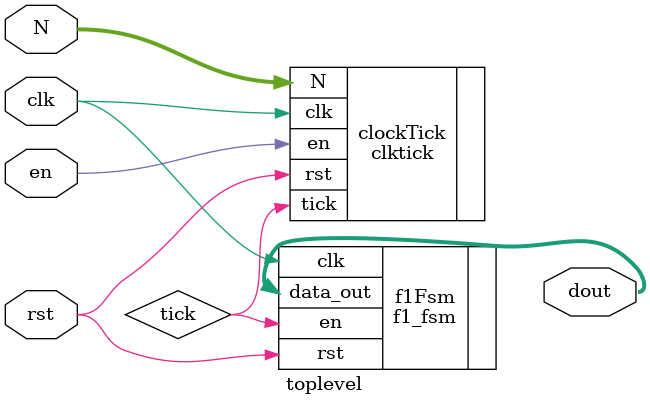
<source format=sv>
module toplevel #(
    parameter   D_WIDTH = 8
)(
    //interface signals
    input   logic               clk,    //clock
    input   logic               rst,    //reset
    input   logic               en,     //enable
    input   logic [15:0]        N,   //increment for addr counter
    output  logic [D_WIDTH-1:0] dout    //output data
);

    logic   tick;   //interconnect wire

clktick clockTick(
    .clk (clk),
    .rst (rst),
    .en (en),
    .N (N),
    .tick (tick)
);

f1_fsm f1Fsm(
    .clk (clk),
    .rst (rst),
    .en (tick),
    .data_out (dout)
);

endmodule

</source>
